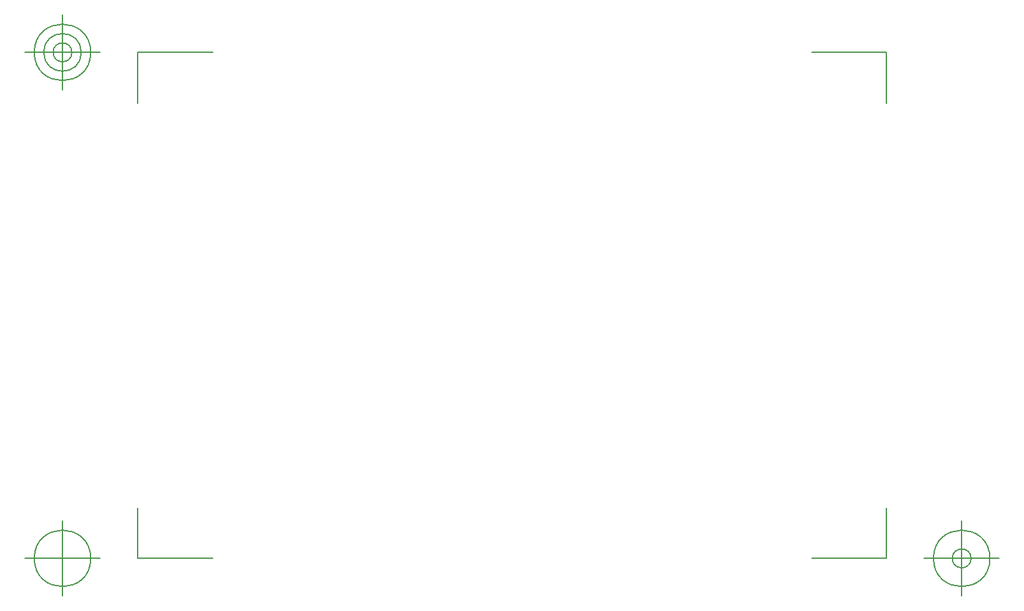
<source format=gbr>
G04 Generated by Ultiboard 14.0 *
%FSLAX34Y34*%
%MOMM*%

%ADD10C,0.0001*%
%ADD11C,0.1270*%


G04 ColorRGB CC99CC for the following layer *
%LNKeep-in/keep-out*%
%LPD*%
G54D10*
G54D11*
X-50800Y63480D02*
X-50800Y130792D01*
X-50800Y63480D02*
X48676Y63480D01*
X943963Y63480D02*
X844487Y63480D01*
X943963Y63480D02*
X943963Y130792D01*
X943963Y736600D02*
X943963Y669288D01*
X943963Y736600D02*
X844487Y736600D01*
X-50800Y736600D02*
X48676Y736600D01*
X-50800Y736600D02*
X-50800Y669288D01*
X-100800Y63480D02*
X-200800Y63480D01*
X-150800Y13480D02*
X-150800Y113480D01*
X-188300Y63480D02*
G75*
D01*
G02X-188300Y63480I37500J0*
G01*
X993963Y63480D02*
X1093963Y63480D01*
X1043963Y13480D02*
X1043963Y113480D01*
X1006463Y63480D02*
G75*
D01*
G02X1006463Y63480I37500J0*
G01*
X1031463Y63480D02*
G75*
D01*
G02X1031463Y63480I12500J0*
G01*
X-100800Y736600D02*
X-200800Y736600D01*
X-150800Y686600D02*
X-150800Y786600D01*
X-188300Y736600D02*
G75*
D01*
G02X-188300Y736600I37500J0*
G01*
X-175800Y736600D02*
G75*
D01*
G02X-175800Y736600I25000J0*
G01*
X-163300Y736600D02*
G75*
D01*
G02X-163300Y736600I12500J0*
G01*

M02*

</source>
